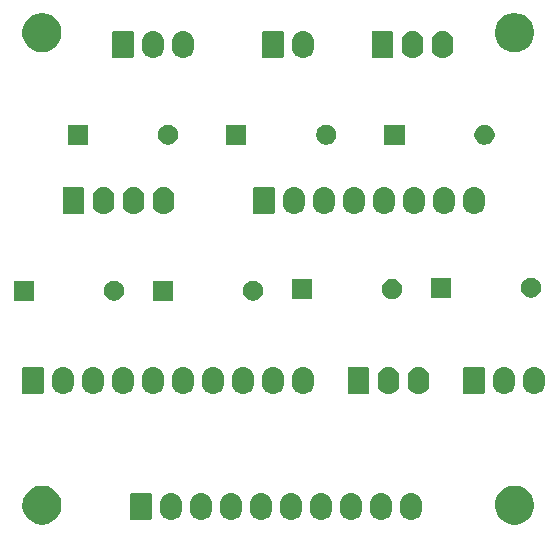
<source format=gbr>
G04 #@! TF.GenerationSoftware,KiCad,Pcbnew,(5.1.5-0-10_14)*
G04 #@! TF.CreationDate,2021-04-18T14:53:33+10:00*
G04 #@! TF.ProjectId,OH - Right Console - A - Sim Control,4f48202d-2052-4696-9768-7420436f6e73,rev?*
G04 #@! TF.SameCoordinates,Original*
G04 #@! TF.FileFunction,Soldermask,Bot*
G04 #@! TF.FilePolarity,Negative*
%FSLAX46Y46*%
G04 Gerber Fmt 4.6, Leading zero omitted, Abs format (unit mm)*
G04 Created by KiCad (PCBNEW (5.1.5-0-10_14)) date 2021-04-18 14:53:33*
%MOMM*%
%LPD*%
G04 APERTURE LIST*
%ADD10C,0.100000*%
G04 APERTURE END LIST*
D10*
G36*
X177916256Y-131609298D02*
G01*
X178022579Y-131630447D01*
X178323042Y-131754903D01*
X178593451Y-131935585D01*
X178823415Y-132165549D01*
X179004097Y-132435958D01*
X179128553Y-132736421D01*
X179149702Y-132842744D01*
X179168939Y-132939452D01*
X179192000Y-133055391D01*
X179192000Y-133380609D01*
X179128553Y-133699579D01*
X179040550Y-133912037D01*
X179031388Y-133934157D01*
X179004097Y-134000042D01*
X178823415Y-134270451D01*
X178593451Y-134500415D01*
X178323042Y-134681097D01*
X178022579Y-134805553D01*
X177916256Y-134826702D01*
X177703611Y-134869000D01*
X177378389Y-134869000D01*
X177165744Y-134826702D01*
X177059421Y-134805553D01*
X176758958Y-134681097D01*
X176488549Y-134500415D01*
X176258585Y-134270451D01*
X176077903Y-134000042D01*
X176050613Y-133934157D01*
X176041450Y-133912037D01*
X175953447Y-133699579D01*
X175890000Y-133380609D01*
X175890000Y-133055391D01*
X175913062Y-132939452D01*
X175932298Y-132842744D01*
X175953447Y-132736421D01*
X176077903Y-132435958D01*
X176258585Y-132165549D01*
X176488549Y-131935585D01*
X176758958Y-131754903D01*
X177059421Y-131630447D01*
X177165744Y-131609298D01*
X177378389Y-131567000D01*
X177703611Y-131567000D01*
X177916256Y-131609298D01*
G37*
G36*
X137916256Y-131609298D02*
G01*
X138022579Y-131630447D01*
X138323042Y-131754903D01*
X138593451Y-131935585D01*
X138823415Y-132165549D01*
X139004097Y-132435958D01*
X139128553Y-132736421D01*
X139149702Y-132842744D01*
X139168939Y-132939452D01*
X139192000Y-133055391D01*
X139192000Y-133380609D01*
X139128553Y-133699579D01*
X139040550Y-133912037D01*
X139031388Y-133934157D01*
X139004097Y-134000042D01*
X138823415Y-134270451D01*
X138593451Y-134500415D01*
X138323042Y-134681097D01*
X138022579Y-134805553D01*
X137916256Y-134826702D01*
X137703611Y-134869000D01*
X137378389Y-134869000D01*
X137165744Y-134826702D01*
X137059421Y-134805553D01*
X136758958Y-134681097D01*
X136488549Y-134500415D01*
X136258585Y-134270451D01*
X136077903Y-134000042D01*
X136050613Y-133934157D01*
X136041450Y-133912037D01*
X135953447Y-133699579D01*
X135890000Y-133380609D01*
X135890000Y-133055391D01*
X135913062Y-132939452D01*
X135932298Y-132842744D01*
X135953447Y-132736421D01*
X136077903Y-132435958D01*
X136258585Y-132165549D01*
X136488549Y-131935585D01*
X136758958Y-131754903D01*
X137059421Y-131630447D01*
X137165744Y-131609298D01*
X137378389Y-131567000D01*
X137703611Y-131567000D01*
X137916256Y-131609298D01*
G37*
G36*
X153723547Y-132212326D02*
G01*
X153897156Y-132264990D01*
X153897158Y-132264991D01*
X154057155Y-132350511D01*
X154197397Y-132465603D01*
X154276729Y-132562271D01*
X154312489Y-132605844D01*
X154398010Y-132765843D01*
X154450674Y-132939452D01*
X154464000Y-133074756D01*
X154464000Y-133625243D01*
X154450674Y-133760548D01*
X154398010Y-133934157D01*
X154312489Y-134094156D01*
X154276729Y-134137729D01*
X154197397Y-134234397D01*
X154100729Y-134313729D01*
X154057156Y-134349489D01*
X153897157Y-134435010D01*
X153723548Y-134487674D01*
X153543000Y-134505456D01*
X153362453Y-134487674D01*
X153188844Y-134435010D01*
X153028845Y-134349489D01*
X152985272Y-134313729D01*
X152888604Y-134234397D01*
X152773513Y-134094157D01*
X152773512Y-134094155D01*
X152687990Y-133934157D01*
X152635326Y-133760548D01*
X152622000Y-133625244D01*
X152622000Y-133074757D01*
X152623908Y-133055389D01*
X152635326Y-132939455D01*
X152635326Y-132939453D01*
X152687990Y-132765844D01*
X152773511Y-132605845D01*
X152773512Y-132605844D01*
X152888603Y-132465603D01*
X153014388Y-132362375D01*
X153028844Y-132350511D01*
X153188843Y-132264990D01*
X153362452Y-132212326D01*
X153543000Y-132194544D01*
X153723547Y-132212326D01*
G37*
G36*
X156263547Y-132212326D02*
G01*
X156437156Y-132264990D01*
X156437158Y-132264991D01*
X156597155Y-132350511D01*
X156737397Y-132465603D01*
X156816729Y-132562271D01*
X156852489Y-132605844D01*
X156938010Y-132765843D01*
X156990674Y-132939452D01*
X157004000Y-133074756D01*
X157004000Y-133625243D01*
X156990674Y-133760548D01*
X156938010Y-133934157D01*
X156852489Y-134094156D01*
X156816729Y-134137729D01*
X156737397Y-134234397D01*
X156640729Y-134313729D01*
X156597156Y-134349489D01*
X156437157Y-134435010D01*
X156263548Y-134487674D01*
X156083000Y-134505456D01*
X155902453Y-134487674D01*
X155728844Y-134435010D01*
X155568845Y-134349489D01*
X155525272Y-134313729D01*
X155428604Y-134234397D01*
X155313513Y-134094157D01*
X155313512Y-134094155D01*
X155227990Y-133934157D01*
X155175326Y-133760548D01*
X155162000Y-133625244D01*
X155162000Y-133074757D01*
X155163908Y-133055389D01*
X155175326Y-132939455D01*
X155175326Y-132939453D01*
X155227990Y-132765844D01*
X155313511Y-132605845D01*
X155313512Y-132605844D01*
X155428603Y-132465603D01*
X155554388Y-132362375D01*
X155568844Y-132350511D01*
X155728843Y-132264990D01*
X155902452Y-132212326D01*
X156083000Y-132194544D01*
X156263547Y-132212326D01*
G37*
G36*
X158803547Y-132212326D02*
G01*
X158977156Y-132264990D01*
X158977158Y-132264991D01*
X159137155Y-132350511D01*
X159277397Y-132465603D01*
X159356729Y-132562271D01*
X159392489Y-132605844D01*
X159478010Y-132765843D01*
X159530674Y-132939452D01*
X159544000Y-133074756D01*
X159544000Y-133625243D01*
X159530674Y-133760548D01*
X159478010Y-133934157D01*
X159392489Y-134094156D01*
X159356729Y-134137729D01*
X159277397Y-134234397D01*
X159180729Y-134313729D01*
X159137156Y-134349489D01*
X158977157Y-134435010D01*
X158803548Y-134487674D01*
X158623000Y-134505456D01*
X158442453Y-134487674D01*
X158268844Y-134435010D01*
X158108845Y-134349489D01*
X158065272Y-134313729D01*
X157968604Y-134234397D01*
X157853513Y-134094157D01*
X157853512Y-134094155D01*
X157767990Y-133934157D01*
X157715326Y-133760548D01*
X157702000Y-133625244D01*
X157702000Y-133074757D01*
X157703908Y-133055389D01*
X157715326Y-132939455D01*
X157715326Y-132939453D01*
X157767990Y-132765844D01*
X157853511Y-132605845D01*
X157853512Y-132605844D01*
X157968603Y-132465603D01*
X158094388Y-132362375D01*
X158108844Y-132350511D01*
X158268843Y-132264990D01*
X158442452Y-132212326D01*
X158623000Y-132194544D01*
X158803547Y-132212326D01*
G37*
G36*
X161343547Y-132212326D02*
G01*
X161517156Y-132264990D01*
X161517158Y-132264991D01*
X161677155Y-132350511D01*
X161817397Y-132465603D01*
X161896729Y-132562271D01*
X161932489Y-132605844D01*
X162018010Y-132765843D01*
X162070674Y-132939452D01*
X162084000Y-133074756D01*
X162084000Y-133625243D01*
X162070674Y-133760548D01*
X162018010Y-133934157D01*
X161932489Y-134094156D01*
X161896729Y-134137729D01*
X161817397Y-134234397D01*
X161720729Y-134313729D01*
X161677156Y-134349489D01*
X161517157Y-134435010D01*
X161343548Y-134487674D01*
X161163000Y-134505456D01*
X160982453Y-134487674D01*
X160808844Y-134435010D01*
X160648845Y-134349489D01*
X160605272Y-134313729D01*
X160508604Y-134234397D01*
X160393513Y-134094157D01*
X160393512Y-134094155D01*
X160307990Y-133934157D01*
X160255326Y-133760548D01*
X160242000Y-133625244D01*
X160242000Y-133074757D01*
X160243908Y-133055389D01*
X160255326Y-132939455D01*
X160255326Y-132939453D01*
X160307990Y-132765844D01*
X160393511Y-132605845D01*
X160393512Y-132605844D01*
X160508603Y-132465603D01*
X160634388Y-132362375D01*
X160648844Y-132350511D01*
X160808843Y-132264990D01*
X160982452Y-132212326D01*
X161163000Y-132194544D01*
X161343547Y-132212326D01*
G37*
G36*
X163883547Y-132212326D02*
G01*
X164057156Y-132264990D01*
X164057158Y-132264991D01*
X164217155Y-132350511D01*
X164357397Y-132465603D01*
X164436729Y-132562271D01*
X164472489Y-132605844D01*
X164558010Y-132765843D01*
X164610674Y-132939452D01*
X164624000Y-133074756D01*
X164624000Y-133625243D01*
X164610674Y-133760548D01*
X164558010Y-133934157D01*
X164472489Y-134094156D01*
X164436729Y-134137729D01*
X164357397Y-134234397D01*
X164260729Y-134313729D01*
X164217156Y-134349489D01*
X164057157Y-134435010D01*
X163883548Y-134487674D01*
X163703000Y-134505456D01*
X163522453Y-134487674D01*
X163348844Y-134435010D01*
X163188845Y-134349489D01*
X163145272Y-134313729D01*
X163048604Y-134234397D01*
X162933513Y-134094157D01*
X162933512Y-134094155D01*
X162847990Y-133934157D01*
X162795326Y-133760548D01*
X162782000Y-133625244D01*
X162782000Y-133074757D01*
X162783908Y-133055389D01*
X162795326Y-132939455D01*
X162795326Y-132939453D01*
X162847990Y-132765844D01*
X162933511Y-132605845D01*
X162933512Y-132605844D01*
X163048603Y-132465603D01*
X163174388Y-132362375D01*
X163188844Y-132350511D01*
X163348843Y-132264990D01*
X163522452Y-132212326D01*
X163703000Y-132194544D01*
X163883547Y-132212326D01*
G37*
G36*
X166423547Y-132212326D02*
G01*
X166597156Y-132264990D01*
X166597158Y-132264991D01*
X166757155Y-132350511D01*
X166897397Y-132465603D01*
X166976729Y-132562271D01*
X167012489Y-132605844D01*
X167098010Y-132765843D01*
X167150674Y-132939452D01*
X167164000Y-133074756D01*
X167164000Y-133625243D01*
X167150674Y-133760548D01*
X167098010Y-133934157D01*
X167012489Y-134094156D01*
X166976729Y-134137729D01*
X166897397Y-134234397D01*
X166800729Y-134313729D01*
X166757156Y-134349489D01*
X166597157Y-134435010D01*
X166423548Y-134487674D01*
X166243000Y-134505456D01*
X166062453Y-134487674D01*
X165888844Y-134435010D01*
X165728845Y-134349489D01*
X165685272Y-134313729D01*
X165588604Y-134234397D01*
X165473513Y-134094157D01*
X165473512Y-134094155D01*
X165387990Y-133934157D01*
X165335326Y-133760548D01*
X165322000Y-133625244D01*
X165322000Y-133074757D01*
X165323908Y-133055389D01*
X165335326Y-132939455D01*
X165335326Y-132939453D01*
X165387990Y-132765844D01*
X165473511Y-132605845D01*
X165473512Y-132605844D01*
X165588603Y-132465603D01*
X165714388Y-132362375D01*
X165728844Y-132350511D01*
X165888843Y-132264990D01*
X166062452Y-132212326D01*
X166243000Y-132194544D01*
X166423547Y-132212326D01*
G37*
G36*
X168963547Y-132212326D02*
G01*
X169137156Y-132264990D01*
X169137158Y-132264991D01*
X169297155Y-132350511D01*
X169437397Y-132465603D01*
X169516729Y-132562271D01*
X169552489Y-132605844D01*
X169638010Y-132765843D01*
X169690674Y-132939452D01*
X169704000Y-133074756D01*
X169704000Y-133625243D01*
X169690674Y-133760548D01*
X169638010Y-133934157D01*
X169552489Y-134094156D01*
X169516729Y-134137729D01*
X169437397Y-134234397D01*
X169340729Y-134313729D01*
X169297156Y-134349489D01*
X169137157Y-134435010D01*
X168963548Y-134487674D01*
X168783000Y-134505456D01*
X168602453Y-134487674D01*
X168428844Y-134435010D01*
X168268845Y-134349489D01*
X168225272Y-134313729D01*
X168128604Y-134234397D01*
X168013513Y-134094157D01*
X168013512Y-134094155D01*
X167927990Y-133934157D01*
X167875326Y-133760548D01*
X167862000Y-133625244D01*
X167862000Y-133074757D01*
X167863908Y-133055389D01*
X167875326Y-132939455D01*
X167875326Y-132939453D01*
X167927990Y-132765844D01*
X168013511Y-132605845D01*
X168013512Y-132605844D01*
X168128603Y-132465603D01*
X168254388Y-132362375D01*
X168268844Y-132350511D01*
X168428843Y-132264990D01*
X168602452Y-132212326D01*
X168783000Y-132194544D01*
X168963547Y-132212326D01*
G37*
G36*
X148643547Y-132212326D02*
G01*
X148817156Y-132264990D01*
X148817158Y-132264991D01*
X148977155Y-132350511D01*
X149117397Y-132465603D01*
X149196729Y-132562271D01*
X149232489Y-132605844D01*
X149318010Y-132765843D01*
X149370674Y-132939452D01*
X149384000Y-133074756D01*
X149384000Y-133625243D01*
X149370674Y-133760548D01*
X149318010Y-133934157D01*
X149232489Y-134094156D01*
X149196729Y-134137729D01*
X149117397Y-134234397D01*
X149020729Y-134313729D01*
X148977156Y-134349489D01*
X148817157Y-134435010D01*
X148643548Y-134487674D01*
X148463000Y-134505456D01*
X148282453Y-134487674D01*
X148108844Y-134435010D01*
X147948845Y-134349489D01*
X147905272Y-134313729D01*
X147808604Y-134234397D01*
X147693513Y-134094157D01*
X147693512Y-134094155D01*
X147607990Y-133934157D01*
X147555326Y-133760548D01*
X147542000Y-133625244D01*
X147542000Y-133074757D01*
X147543908Y-133055389D01*
X147555326Y-132939455D01*
X147555326Y-132939453D01*
X147607990Y-132765844D01*
X147693511Y-132605845D01*
X147693512Y-132605844D01*
X147808603Y-132465603D01*
X147934388Y-132362375D01*
X147948844Y-132350511D01*
X148108843Y-132264990D01*
X148282452Y-132212326D01*
X148463000Y-132194544D01*
X148643547Y-132212326D01*
G37*
G36*
X151183547Y-132212326D02*
G01*
X151357156Y-132264990D01*
X151357158Y-132264991D01*
X151517155Y-132350511D01*
X151657397Y-132465603D01*
X151736729Y-132562271D01*
X151772489Y-132605844D01*
X151858010Y-132765843D01*
X151910674Y-132939452D01*
X151924000Y-133074756D01*
X151924000Y-133625243D01*
X151910674Y-133760548D01*
X151858010Y-133934157D01*
X151772489Y-134094156D01*
X151736729Y-134137729D01*
X151657397Y-134234397D01*
X151560729Y-134313729D01*
X151517156Y-134349489D01*
X151357157Y-134435010D01*
X151183548Y-134487674D01*
X151003000Y-134505456D01*
X150822453Y-134487674D01*
X150648844Y-134435010D01*
X150488845Y-134349489D01*
X150445272Y-134313729D01*
X150348604Y-134234397D01*
X150233513Y-134094157D01*
X150233512Y-134094155D01*
X150147990Y-133934157D01*
X150095326Y-133760548D01*
X150082000Y-133625244D01*
X150082000Y-133074757D01*
X150083908Y-133055389D01*
X150095326Y-132939455D01*
X150095326Y-132939453D01*
X150147990Y-132765844D01*
X150233511Y-132605845D01*
X150233512Y-132605844D01*
X150348603Y-132465603D01*
X150474388Y-132362375D01*
X150488844Y-132350511D01*
X150648843Y-132264990D01*
X150822452Y-132212326D01*
X151003000Y-132194544D01*
X151183547Y-132212326D01*
G37*
G36*
X146702561Y-132202966D02*
G01*
X146735383Y-132212923D01*
X146765632Y-132229092D01*
X146792148Y-132250852D01*
X146813908Y-132277368D01*
X146830077Y-132307617D01*
X146840034Y-132340439D01*
X146844000Y-132380713D01*
X146844000Y-134319287D01*
X146840034Y-134359561D01*
X146830077Y-134392383D01*
X146813908Y-134422632D01*
X146792148Y-134449148D01*
X146765632Y-134470908D01*
X146735383Y-134487077D01*
X146702561Y-134497034D01*
X146662287Y-134501000D01*
X145183713Y-134501000D01*
X145143439Y-134497034D01*
X145110617Y-134487077D01*
X145080368Y-134470908D01*
X145053852Y-134449148D01*
X145032092Y-134422632D01*
X145015923Y-134392383D01*
X145005966Y-134359561D01*
X145002000Y-134319287D01*
X145002000Y-132380713D01*
X145005966Y-132340439D01*
X145015923Y-132307617D01*
X145032092Y-132277368D01*
X145053852Y-132250852D01*
X145080368Y-132229092D01*
X145110617Y-132212923D01*
X145143439Y-132202966D01*
X145183713Y-132199000D01*
X146662287Y-132199000D01*
X146702561Y-132202966D01*
G37*
G36*
X179377547Y-121544326D02*
G01*
X179551156Y-121596990D01*
X179551158Y-121596991D01*
X179711155Y-121682511D01*
X179851397Y-121797603D01*
X179930729Y-121894271D01*
X179966489Y-121937844D01*
X180052010Y-122097843D01*
X180104674Y-122271452D01*
X180118000Y-122406756D01*
X180118000Y-122957243D01*
X180104674Y-123092548D01*
X180052010Y-123266157D01*
X179966489Y-123426156D01*
X179930729Y-123469729D01*
X179851397Y-123566397D01*
X179754729Y-123645729D01*
X179711156Y-123681489D01*
X179551157Y-123767010D01*
X179377548Y-123819674D01*
X179197000Y-123837456D01*
X179016453Y-123819674D01*
X178842844Y-123767010D01*
X178682845Y-123681489D01*
X178639272Y-123645729D01*
X178542604Y-123566397D01*
X178427513Y-123426157D01*
X178427512Y-123426155D01*
X178341990Y-123266157D01*
X178289326Y-123092548D01*
X178276000Y-122957244D01*
X178276000Y-122406757D01*
X178289326Y-122271453D01*
X178341990Y-122097844D01*
X178427511Y-121937845D01*
X178427512Y-121937844D01*
X178542603Y-121797603D01*
X178668388Y-121694375D01*
X178682844Y-121682511D01*
X178842843Y-121596990D01*
X179016452Y-121544326D01*
X179197000Y-121526544D01*
X179377547Y-121544326D01*
G37*
G36*
X154739547Y-121544326D02*
G01*
X154913156Y-121596990D01*
X154913158Y-121596991D01*
X155073155Y-121682511D01*
X155213397Y-121797603D01*
X155292729Y-121894271D01*
X155328489Y-121937844D01*
X155414010Y-122097843D01*
X155466674Y-122271452D01*
X155480000Y-122406756D01*
X155480000Y-122957243D01*
X155466674Y-123092548D01*
X155414010Y-123266157D01*
X155328489Y-123426156D01*
X155292729Y-123469729D01*
X155213397Y-123566397D01*
X155116729Y-123645729D01*
X155073156Y-123681489D01*
X154913157Y-123767010D01*
X154739548Y-123819674D01*
X154559000Y-123837456D01*
X154378453Y-123819674D01*
X154204844Y-123767010D01*
X154044845Y-123681489D01*
X154001272Y-123645729D01*
X153904604Y-123566397D01*
X153789513Y-123426157D01*
X153789512Y-123426155D01*
X153703990Y-123266157D01*
X153651326Y-123092548D01*
X153638000Y-122957244D01*
X153638000Y-122406757D01*
X153651326Y-122271453D01*
X153703990Y-122097844D01*
X153789511Y-121937845D01*
X153789512Y-121937844D01*
X153904603Y-121797603D01*
X154030388Y-121694375D01*
X154044844Y-121682511D01*
X154204843Y-121596990D01*
X154378452Y-121544326D01*
X154559000Y-121526544D01*
X154739547Y-121544326D01*
G37*
G36*
X169598547Y-121544326D02*
G01*
X169772156Y-121596990D01*
X169772158Y-121596991D01*
X169932155Y-121682511D01*
X170072397Y-121797603D01*
X170151729Y-121894271D01*
X170187489Y-121937844D01*
X170273010Y-122097843D01*
X170325674Y-122271452D01*
X170339000Y-122406756D01*
X170339000Y-122957243D01*
X170325674Y-123092548D01*
X170273010Y-123266157D01*
X170187489Y-123426156D01*
X170151729Y-123469729D01*
X170072397Y-123566397D01*
X169975729Y-123645729D01*
X169932156Y-123681489D01*
X169772157Y-123767010D01*
X169598548Y-123819674D01*
X169418000Y-123837456D01*
X169237453Y-123819674D01*
X169063844Y-123767010D01*
X168903845Y-123681489D01*
X168860272Y-123645729D01*
X168763604Y-123566397D01*
X168648513Y-123426157D01*
X168648512Y-123426155D01*
X168562990Y-123266157D01*
X168510326Y-123092548D01*
X168497000Y-122957244D01*
X168497000Y-122406757D01*
X168510326Y-122271453D01*
X168562990Y-122097844D01*
X168648511Y-121937845D01*
X168648512Y-121937844D01*
X168763603Y-121797603D01*
X168889388Y-121694375D01*
X168903844Y-121682511D01*
X169063843Y-121596990D01*
X169237452Y-121544326D01*
X169418000Y-121526544D01*
X169598547Y-121544326D01*
G37*
G36*
X139499547Y-121544326D02*
G01*
X139673156Y-121596990D01*
X139673158Y-121596991D01*
X139833155Y-121682511D01*
X139973397Y-121797603D01*
X140052729Y-121894271D01*
X140088489Y-121937844D01*
X140174010Y-122097843D01*
X140226674Y-122271452D01*
X140240000Y-122406756D01*
X140240000Y-122957243D01*
X140226674Y-123092548D01*
X140174010Y-123266157D01*
X140088489Y-123426156D01*
X140052729Y-123469729D01*
X139973397Y-123566397D01*
X139876729Y-123645729D01*
X139833156Y-123681489D01*
X139673157Y-123767010D01*
X139499548Y-123819674D01*
X139319000Y-123837456D01*
X139138453Y-123819674D01*
X138964844Y-123767010D01*
X138804845Y-123681489D01*
X138761272Y-123645729D01*
X138664604Y-123566397D01*
X138549513Y-123426157D01*
X138549512Y-123426155D01*
X138463990Y-123266157D01*
X138411326Y-123092548D01*
X138398000Y-122957244D01*
X138398000Y-122406757D01*
X138411326Y-122271453D01*
X138463990Y-122097844D01*
X138549511Y-121937845D01*
X138549512Y-121937844D01*
X138664603Y-121797603D01*
X138790388Y-121694375D01*
X138804844Y-121682511D01*
X138964843Y-121596990D01*
X139138452Y-121544326D01*
X139319000Y-121526544D01*
X139499547Y-121544326D01*
G37*
G36*
X176837547Y-121544326D02*
G01*
X177011156Y-121596990D01*
X177011158Y-121596991D01*
X177171155Y-121682511D01*
X177311397Y-121797603D01*
X177390729Y-121894271D01*
X177426489Y-121937844D01*
X177512010Y-122097843D01*
X177564674Y-122271452D01*
X177578000Y-122406756D01*
X177578000Y-122957243D01*
X177564674Y-123092548D01*
X177512010Y-123266157D01*
X177426489Y-123426156D01*
X177390729Y-123469729D01*
X177311397Y-123566397D01*
X177214729Y-123645729D01*
X177171156Y-123681489D01*
X177011157Y-123767010D01*
X176837548Y-123819674D01*
X176657000Y-123837456D01*
X176476453Y-123819674D01*
X176302844Y-123767010D01*
X176142845Y-123681489D01*
X176099272Y-123645729D01*
X176002604Y-123566397D01*
X175887513Y-123426157D01*
X175887512Y-123426155D01*
X175801990Y-123266157D01*
X175749326Y-123092548D01*
X175736000Y-122957244D01*
X175736000Y-122406757D01*
X175749326Y-122271453D01*
X175801990Y-122097844D01*
X175887511Y-121937845D01*
X175887512Y-121937844D01*
X176002603Y-121797603D01*
X176128388Y-121694375D01*
X176142844Y-121682511D01*
X176302843Y-121596990D01*
X176476452Y-121544326D01*
X176657000Y-121526544D01*
X176837547Y-121544326D01*
G37*
G36*
X167058547Y-121544326D02*
G01*
X167232156Y-121596990D01*
X167232158Y-121596991D01*
X167392155Y-121682511D01*
X167532397Y-121797603D01*
X167611729Y-121894271D01*
X167647489Y-121937844D01*
X167733010Y-122097843D01*
X167785674Y-122271452D01*
X167799000Y-122406756D01*
X167799000Y-122957243D01*
X167785674Y-123092548D01*
X167733010Y-123266157D01*
X167647489Y-123426156D01*
X167611729Y-123469729D01*
X167532397Y-123566397D01*
X167435729Y-123645729D01*
X167392156Y-123681489D01*
X167232157Y-123767010D01*
X167058548Y-123819674D01*
X166878000Y-123837456D01*
X166697453Y-123819674D01*
X166523844Y-123767010D01*
X166363845Y-123681489D01*
X166320272Y-123645729D01*
X166223604Y-123566397D01*
X166108513Y-123426157D01*
X166108512Y-123426155D01*
X166022990Y-123266157D01*
X165970326Y-123092548D01*
X165957000Y-122957244D01*
X165957000Y-122406757D01*
X165970326Y-122271453D01*
X166022990Y-122097844D01*
X166108511Y-121937845D01*
X166108512Y-121937844D01*
X166223603Y-121797603D01*
X166349388Y-121694375D01*
X166363844Y-121682511D01*
X166523843Y-121596990D01*
X166697452Y-121544326D01*
X166878000Y-121526544D01*
X167058547Y-121544326D01*
G37*
G36*
X142039547Y-121544326D02*
G01*
X142213156Y-121596990D01*
X142213158Y-121596991D01*
X142373155Y-121682511D01*
X142513397Y-121797603D01*
X142592729Y-121894271D01*
X142628489Y-121937844D01*
X142714010Y-122097843D01*
X142766674Y-122271452D01*
X142780000Y-122406756D01*
X142780000Y-122957243D01*
X142766674Y-123092548D01*
X142714010Y-123266157D01*
X142628489Y-123426156D01*
X142592729Y-123469729D01*
X142513397Y-123566397D01*
X142416729Y-123645729D01*
X142373156Y-123681489D01*
X142213157Y-123767010D01*
X142039548Y-123819674D01*
X141859000Y-123837456D01*
X141678453Y-123819674D01*
X141504844Y-123767010D01*
X141344845Y-123681489D01*
X141301272Y-123645729D01*
X141204604Y-123566397D01*
X141089513Y-123426157D01*
X141089512Y-123426155D01*
X141003990Y-123266157D01*
X140951326Y-123092548D01*
X140938000Y-122957244D01*
X140938000Y-122406757D01*
X140951326Y-122271453D01*
X141003990Y-122097844D01*
X141089511Y-121937845D01*
X141089512Y-121937844D01*
X141204603Y-121797603D01*
X141330388Y-121694375D01*
X141344844Y-121682511D01*
X141504843Y-121596990D01*
X141678452Y-121544326D01*
X141859000Y-121526544D01*
X142039547Y-121544326D01*
G37*
G36*
X144579547Y-121544326D02*
G01*
X144753156Y-121596990D01*
X144753158Y-121596991D01*
X144913155Y-121682511D01*
X145053397Y-121797603D01*
X145132729Y-121894271D01*
X145168489Y-121937844D01*
X145254010Y-122097843D01*
X145306674Y-122271452D01*
X145320000Y-122406756D01*
X145320000Y-122957243D01*
X145306674Y-123092548D01*
X145254010Y-123266157D01*
X145168489Y-123426156D01*
X145132729Y-123469729D01*
X145053397Y-123566397D01*
X144956729Y-123645729D01*
X144913156Y-123681489D01*
X144753157Y-123767010D01*
X144579548Y-123819674D01*
X144399000Y-123837456D01*
X144218453Y-123819674D01*
X144044844Y-123767010D01*
X143884845Y-123681489D01*
X143841272Y-123645729D01*
X143744604Y-123566397D01*
X143629513Y-123426157D01*
X143629512Y-123426155D01*
X143543990Y-123266157D01*
X143491326Y-123092548D01*
X143478000Y-122957244D01*
X143478000Y-122406757D01*
X143491326Y-122271453D01*
X143543990Y-122097844D01*
X143629511Y-121937845D01*
X143629512Y-121937844D01*
X143744603Y-121797603D01*
X143870388Y-121694375D01*
X143884844Y-121682511D01*
X144044843Y-121596990D01*
X144218452Y-121544326D01*
X144399000Y-121526544D01*
X144579547Y-121544326D01*
G37*
G36*
X147119547Y-121544326D02*
G01*
X147293156Y-121596990D01*
X147293158Y-121596991D01*
X147453155Y-121682511D01*
X147593397Y-121797603D01*
X147672729Y-121894271D01*
X147708489Y-121937844D01*
X147794010Y-122097843D01*
X147846674Y-122271452D01*
X147860000Y-122406756D01*
X147860000Y-122957243D01*
X147846674Y-123092548D01*
X147794010Y-123266157D01*
X147708489Y-123426156D01*
X147672729Y-123469729D01*
X147593397Y-123566397D01*
X147496729Y-123645729D01*
X147453156Y-123681489D01*
X147293157Y-123767010D01*
X147119548Y-123819674D01*
X146939000Y-123837456D01*
X146758453Y-123819674D01*
X146584844Y-123767010D01*
X146424845Y-123681489D01*
X146381272Y-123645729D01*
X146284604Y-123566397D01*
X146169513Y-123426157D01*
X146169512Y-123426155D01*
X146083990Y-123266157D01*
X146031326Y-123092548D01*
X146018000Y-122957244D01*
X146018000Y-122406757D01*
X146031326Y-122271453D01*
X146083990Y-122097844D01*
X146169511Y-121937845D01*
X146169512Y-121937844D01*
X146284603Y-121797603D01*
X146410388Y-121694375D01*
X146424844Y-121682511D01*
X146584843Y-121596990D01*
X146758452Y-121544326D01*
X146939000Y-121526544D01*
X147119547Y-121544326D01*
G37*
G36*
X149659547Y-121544326D02*
G01*
X149833156Y-121596990D01*
X149833158Y-121596991D01*
X149993155Y-121682511D01*
X150133397Y-121797603D01*
X150212729Y-121894271D01*
X150248489Y-121937844D01*
X150334010Y-122097843D01*
X150386674Y-122271452D01*
X150400000Y-122406756D01*
X150400000Y-122957243D01*
X150386674Y-123092548D01*
X150334010Y-123266157D01*
X150248489Y-123426156D01*
X150212729Y-123469729D01*
X150133397Y-123566397D01*
X150036729Y-123645729D01*
X149993156Y-123681489D01*
X149833157Y-123767010D01*
X149659548Y-123819674D01*
X149479000Y-123837456D01*
X149298453Y-123819674D01*
X149124844Y-123767010D01*
X148964845Y-123681489D01*
X148921272Y-123645729D01*
X148824604Y-123566397D01*
X148709513Y-123426157D01*
X148709512Y-123426155D01*
X148623990Y-123266157D01*
X148571326Y-123092548D01*
X148558000Y-122957244D01*
X148558000Y-122406757D01*
X148571326Y-122271453D01*
X148623990Y-122097844D01*
X148709511Y-121937845D01*
X148709512Y-121937844D01*
X148824603Y-121797603D01*
X148950388Y-121694375D01*
X148964844Y-121682511D01*
X149124843Y-121596990D01*
X149298452Y-121544326D01*
X149479000Y-121526544D01*
X149659547Y-121544326D01*
G37*
G36*
X152199547Y-121544326D02*
G01*
X152373156Y-121596990D01*
X152373158Y-121596991D01*
X152533155Y-121682511D01*
X152673397Y-121797603D01*
X152752729Y-121894271D01*
X152788489Y-121937844D01*
X152874010Y-122097843D01*
X152926674Y-122271452D01*
X152940000Y-122406756D01*
X152940000Y-122957243D01*
X152926674Y-123092548D01*
X152874010Y-123266157D01*
X152788489Y-123426156D01*
X152752729Y-123469729D01*
X152673397Y-123566397D01*
X152576729Y-123645729D01*
X152533156Y-123681489D01*
X152373157Y-123767010D01*
X152199548Y-123819674D01*
X152019000Y-123837456D01*
X151838453Y-123819674D01*
X151664844Y-123767010D01*
X151504845Y-123681489D01*
X151461272Y-123645729D01*
X151364604Y-123566397D01*
X151249513Y-123426157D01*
X151249512Y-123426155D01*
X151163990Y-123266157D01*
X151111326Y-123092548D01*
X151098000Y-122957244D01*
X151098000Y-122406757D01*
X151111326Y-122271453D01*
X151163990Y-122097844D01*
X151249511Y-121937845D01*
X151249512Y-121937844D01*
X151364603Y-121797603D01*
X151490388Y-121694375D01*
X151504844Y-121682511D01*
X151664843Y-121596990D01*
X151838452Y-121544326D01*
X152019000Y-121526544D01*
X152199547Y-121544326D01*
G37*
G36*
X157279547Y-121544326D02*
G01*
X157453156Y-121596990D01*
X157453158Y-121596991D01*
X157613155Y-121682511D01*
X157753397Y-121797603D01*
X157832729Y-121894271D01*
X157868489Y-121937844D01*
X157954010Y-122097843D01*
X158006674Y-122271452D01*
X158020000Y-122406756D01*
X158020000Y-122957243D01*
X158006674Y-123092548D01*
X157954010Y-123266157D01*
X157868489Y-123426156D01*
X157832729Y-123469729D01*
X157753397Y-123566397D01*
X157656729Y-123645729D01*
X157613156Y-123681489D01*
X157453157Y-123767010D01*
X157279548Y-123819674D01*
X157099000Y-123837456D01*
X156918453Y-123819674D01*
X156744844Y-123767010D01*
X156584845Y-123681489D01*
X156541272Y-123645729D01*
X156444604Y-123566397D01*
X156329513Y-123426157D01*
X156329512Y-123426155D01*
X156243990Y-123266157D01*
X156191326Y-123092548D01*
X156178000Y-122957244D01*
X156178000Y-122406757D01*
X156191326Y-122271453D01*
X156243990Y-122097844D01*
X156329511Y-121937845D01*
X156329512Y-121937844D01*
X156444603Y-121797603D01*
X156570388Y-121694375D01*
X156584844Y-121682511D01*
X156744843Y-121596990D01*
X156918452Y-121544326D01*
X157099000Y-121526544D01*
X157279547Y-121544326D01*
G37*
G36*
X159819547Y-121544326D02*
G01*
X159993156Y-121596990D01*
X159993158Y-121596991D01*
X160153155Y-121682511D01*
X160293397Y-121797603D01*
X160372729Y-121894271D01*
X160408489Y-121937844D01*
X160494010Y-122097843D01*
X160546674Y-122271452D01*
X160560000Y-122406756D01*
X160560000Y-122957243D01*
X160546674Y-123092548D01*
X160494010Y-123266157D01*
X160408489Y-123426156D01*
X160372729Y-123469729D01*
X160293397Y-123566397D01*
X160196729Y-123645729D01*
X160153156Y-123681489D01*
X159993157Y-123767010D01*
X159819548Y-123819674D01*
X159639000Y-123837456D01*
X159458453Y-123819674D01*
X159284844Y-123767010D01*
X159124845Y-123681489D01*
X159081272Y-123645729D01*
X158984604Y-123566397D01*
X158869513Y-123426157D01*
X158869512Y-123426155D01*
X158783990Y-123266157D01*
X158731326Y-123092548D01*
X158718000Y-122957244D01*
X158718000Y-122406757D01*
X158731326Y-122271453D01*
X158783990Y-122097844D01*
X158869511Y-121937845D01*
X158869512Y-121937844D01*
X158984603Y-121797603D01*
X159110388Y-121694375D01*
X159124844Y-121682511D01*
X159284843Y-121596990D01*
X159458452Y-121544326D01*
X159639000Y-121526544D01*
X159819547Y-121544326D01*
G37*
G36*
X174896561Y-121534966D02*
G01*
X174929383Y-121544923D01*
X174959632Y-121561092D01*
X174986148Y-121582852D01*
X175007908Y-121609368D01*
X175024077Y-121639617D01*
X175034034Y-121672439D01*
X175038000Y-121712713D01*
X175038000Y-123651287D01*
X175034034Y-123691561D01*
X175024077Y-123724383D01*
X175007908Y-123754632D01*
X174986148Y-123781148D01*
X174959632Y-123802908D01*
X174929383Y-123819077D01*
X174896561Y-123829034D01*
X174856287Y-123833000D01*
X173377713Y-123833000D01*
X173337439Y-123829034D01*
X173304617Y-123819077D01*
X173274368Y-123802908D01*
X173247852Y-123781148D01*
X173226092Y-123754632D01*
X173209923Y-123724383D01*
X173199966Y-123691561D01*
X173196000Y-123651287D01*
X173196000Y-121712713D01*
X173199966Y-121672439D01*
X173209923Y-121639617D01*
X173226092Y-121609368D01*
X173247852Y-121582852D01*
X173274368Y-121561092D01*
X173304617Y-121544923D01*
X173337439Y-121534966D01*
X173377713Y-121531000D01*
X174856287Y-121531000D01*
X174896561Y-121534966D01*
G37*
G36*
X165117561Y-121534966D02*
G01*
X165150383Y-121544923D01*
X165180632Y-121561092D01*
X165207148Y-121582852D01*
X165228908Y-121609368D01*
X165245077Y-121639617D01*
X165255034Y-121672439D01*
X165259000Y-121712713D01*
X165259000Y-123651287D01*
X165255034Y-123691561D01*
X165245077Y-123724383D01*
X165228908Y-123754632D01*
X165207148Y-123781148D01*
X165180632Y-123802908D01*
X165150383Y-123819077D01*
X165117561Y-123829034D01*
X165077287Y-123833000D01*
X163598713Y-123833000D01*
X163558439Y-123829034D01*
X163525617Y-123819077D01*
X163495368Y-123802908D01*
X163468852Y-123781148D01*
X163447092Y-123754632D01*
X163430923Y-123724383D01*
X163420966Y-123691561D01*
X163417000Y-123651287D01*
X163417000Y-121712713D01*
X163420966Y-121672439D01*
X163430923Y-121639617D01*
X163447092Y-121609368D01*
X163468852Y-121582852D01*
X163495368Y-121561092D01*
X163525617Y-121544923D01*
X163558439Y-121534966D01*
X163598713Y-121531000D01*
X165077287Y-121531000D01*
X165117561Y-121534966D01*
G37*
G36*
X137558561Y-121534966D02*
G01*
X137591383Y-121544923D01*
X137621632Y-121561092D01*
X137648148Y-121582852D01*
X137669908Y-121609368D01*
X137686077Y-121639617D01*
X137696034Y-121672439D01*
X137700000Y-121712713D01*
X137700000Y-123651287D01*
X137696034Y-123691561D01*
X137686077Y-123724383D01*
X137669908Y-123754632D01*
X137648148Y-123781148D01*
X137621632Y-123802908D01*
X137591383Y-123819077D01*
X137558561Y-123829034D01*
X137518287Y-123833000D01*
X136039713Y-123833000D01*
X135999439Y-123829034D01*
X135966617Y-123819077D01*
X135936368Y-123802908D01*
X135909852Y-123781148D01*
X135888092Y-123754632D01*
X135871923Y-123724383D01*
X135861966Y-123691561D01*
X135858000Y-123651287D01*
X135858000Y-121712713D01*
X135861966Y-121672439D01*
X135871923Y-121639617D01*
X135888092Y-121609368D01*
X135909852Y-121582852D01*
X135936368Y-121561092D01*
X135966617Y-121544923D01*
X135999439Y-121534966D01*
X136039713Y-121531000D01*
X137518287Y-121531000D01*
X137558561Y-121534966D01*
G37*
G36*
X148637000Y-115913000D02*
G01*
X146935000Y-115913000D01*
X146935000Y-114211000D01*
X148637000Y-114211000D01*
X148637000Y-115913000D01*
G37*
G36*
X155654228Y-114243703D02*
G01*
X155809100Y-114307853D01*
X155948481Y-114400985D01*
X156067015Y-114519519D01*
X156160147Y-114658900D01*
X156224297Y-114813772D01*
X156257000Y-114978184D01*
X156257000Y-115145816D01*
X156224297Y-115310228D01*
X156160147Y-115465100D01*
X156067015Y-115604481D01*
X155948481Y-115723015D01*
X155809100Y-115816147D01*
X155654228Y-115880297D01*
X155489816Y-115913000D01*
X155322184Y-115913000D01*
X155157772Y-115880297D01*
X155002900Y-115816147D01*
X154863519Y-115723015D01*
X154744985Y-115604481D01*
X154651853Y-115465100D01*
X154587703Y-115310228D01*
X154555000Y-115145816D01*
X154555000Y-114978184D01*
X154587703Y-114813772D01*
X154651853Y-114658900D01*
X154744985Y-114519519D01*
X154863519Y-114400985D01*
X155002900Y-114307853D01*
X155157772Y-114243703D01*
X155322184Y-114211000D01*
X155489816Y-114211000D01*
X155654228Y-114243703D01*
G37*
G36*
X136868000Y-115913000D02*
G01*
X135166000Y-115913000D01*
X135166000Y-114211000D01*
X136868000Y-114211000D01*
X136868000Y-115913000D01*
G37*
G36*
X143885228Y-114243703D02*
G01*
X144040100Y-114307853D01*
X144179481Y-114400985D01*
X144298015Y-114519519D01*
X144391147Y-114658900D01*
X144455297Y-114813772D01*
X144488000Y-114978184D01*
X144488000Y-115145816D01*
X144455297Y-115310228D01*
X144391147Y-115465100D01*
X144298015Y-115604481D01*
X144179481Y-115723015D01*
X144040100Y-115816147D01*
X143885228Y-115880297D01*
X143720816Y-115913000D01*
X143553184Y-115913000D01*
X143388772Y-115880297D01*
X143233900Y-115816147D01*
X143094519Y-115723015D01*
X142975985Y-115604481D01*
X142882853Y-115465100D01*
X142818703Y-115310228D01*
X142786000Y-115145816D01*
X142786000Y-114978184D01*
X142818703Y-114813772D01*
X142882853Y-114658900D01*
X142975985Y-114519519D01*
X143094519Y-114400985D01*
X143233900Y-114307853D01*
X143388772Y-114243703D01*
X143553184Y-114211000D01*
X143720816Y-114211000D01*
X143885228Y-114243703D01*
G37*
G36*
X160405000Y-115786000D02*
G01*
X158703000Y-115786000D01*
X158703000Y-114084000D01*
X160405000Y-114084000D01*
X160405000Y-115786000D01*
G37*
G36*
X167422228Y-114116703D02*
G01*
X167577100Y-114180853D01*
X167716481Y-114273985D01*
X167835015Y-114392519D01*
X167928147Y-114531900D01*
X167992297Y-114686772D01*
X168025000Y-114851184D01*
X168025000Y-115018816D01*
X167992297Y-115183228D01*
X167928147Y-115338100D01*
X167835015Y-115477481D01*
X167716481Y-115596015D01*
X167577100Y-115689147D01*
X167422228Y-115753297D01*
X167257816Y-115786000D01*
X167090184Y-115786000D01*
X166925772Y-115753297D01*
X166770900Y-115689147D01*
X166631519Y-115596015D01*
X166512985Y-115477481D01*
X166419853Y-115338100D01*
X166355703Y-115183228D01*
X166323000Y-115018816D01*
X166323000Y-114851184D01*
X166355703Y-114686772D01*
X166419853Y-114531900D01*
X166512985Y-114392519D01*
X166631519Y-114273985D01*
X166770900Y-114180853D01*
X166925772Y-114116703D01*
X167090184Y-114084000D01*
X167257816Y-114084000D01*
X167422228Y-114116703D01*
G37*
G36*
X172174000Y-115659000D02*
G01*
X170472000Y-115659000D01*
X170472000Y-113957000D01*
X172174000Y-113957000D01*
X172174000Y-115659000D01*
G37*
G36*
X179191228Y-113989703D02*
G01*
X179346100Y-114053853D01*
X179485481Y-114146985D01*
X179604015Y-114265519D01*
X179697147Y-114404900D01*
X179761297Y-114559772D01*
X179794000Y-114724184D01*
X179794000Y-114891816D01*
X179761297Y-115056228D01*
X179697147Y-115211100D01*
X179604015Y-115350481D01*
X179485481Y-115469015D01*
X179346100Y-115562147D01*
X179191228Y-115626297D01*
X179026816Y-115659000D01*
X178859184Y-115659000D01*
X178694772Y-115626297D01*
X178539900Y-115562147D01*
X178400519Y-115469015D01*
X178281985Y-115350481D01*
X178188853Y-115211100D01*
X178124703Y-115056228D01*
X178092000Y-114891816D01*
X178092000Y-114724184D01*
X178124703Y-114559772D01*
X178188853Y-114404900D01*
X178281985Y-114265519D01*
X178400519Y-114146985D01*
X178539900Y-114053853D01*
X178694772Y-113989703D01*
X178859184Y-113957000D01*
X179026816Y-113957000D01*
X179191228Y-113989703D01*
G37*
G36*
X171757547Y-106304326D02*
G01*
X171931156Y-106356990D01*
X171931158Y-106356991D01*
X172091155Y-106442511D01*
X172231397Y-106557603D01*
X172310729Y-106654271D01*
X172346489Y-106697844D01*
X172432010Y-106857843D01*
X172484674Y-107031452D01*
X172498000Y-107166756D01*
X172498000Y-107717243D01*
X172484674Y-107852548D01*
X172432010Y-108026157D01*
X172346489Y-108186156D01*
X172310729Y-108229729D01*
X172231397Y-108326397D01*
X172134729Y-108405729D01*
X172091156Y-108441489D01*
X171931157Y-108527010D01*
X171757548Y-108579674D01*
X171577000Y-108597456D01*
X171396453Y-108579674D01*
X171222844Y-108527010D01*
X171062845Y-108441489D01*
X171019272Y-108405729D01*
X170922604Y-108326397D01*
X170807513Y-108186157D01*
X170807512Y-108186155D01*
X170721990Y-108026157D01*
X170669326Y-107852548D01*
X170656000Y-107717244D01*
X170656000Y-107166757D01*
X170669326Y-107031453D01*
X170721990Y-106857844D01*
X170807511Y-106697845D01*
X170807512Y-106697844D01*
X170922603Y-106557603D01*
X171048388Y-106454375D01*
X171062844Y-106442511D01*
X171222843Y-106356990D01*
X171396452Y-106304326D01*
X171577000Y-106286544D01*
X171757547Y-106304326D01*
G37*
G36*
X169217547Y-106304326D02*
G01*
X169391156Y-106356990D01*
X169391158Y-106356991D01*
X169551155Y-106442511D01*
X169691397Y-106557603D01*
X169770729Y-106654271D01*
X169806489Y-106697844D01*
X169892010Y-106857843D01*
X169944674Y-107031452D01*
X169958000Y-107166756D01*
X169958000Y-107717243D01*
X169944674Y-107852548D01*
X169892010Y-108026157D01*
X169806489Y-108186156D01*
X169770729Y-108229729D01*
X169691397Y-108326397D01*
X169594729Y-108405729D01*
X169551156Y-108441489D01*
X169391157Y-108527010D01*
X169217548Y-108579674D01*
X169037000Y-108597456D01*
X168856453Y-108579674D01*
X168682844Y-108527010D01*
X168522845Y-108441489D01*
X168479272Y-108405729D01*
X168382604Y-108326397D01*
X168267513Y-108186157D01*
X168267512Y-108186155D01*
X168181990Y-108026157D01*
X168129326Y-107852548D01*
X168116000Y-107717244D01*
X168116000Y-107166757D01*
X168129326Y-107031453D01*
X168181990Y-106857844D01*
X168267511Y-106697845D01*
X168267512Y-106697844D01*
X168382603Y-106557603D01*
X168508388Y-106454375D01*
X168522844Y-106442511D01*
X168682843Y-106356990D01*
X168856452Y-106304326D01*
X169037000Y-106286544D01*
X169217547Y-106304326D01*
G37*
G36*
X166677547Y-106304326D02*
G01*
X166851156Y-106356990D01*
X166851158Y-106356991D01*
X167011155Y-106442511D01*
X167151397Y-106557603D01*
X167230729Y-106654271D01*
X167266489Y-106697844D01*
X167352010Y-106857843D01*
X167404674Y-107031452D01*
X167418000Y-107166756D01*
X167418000Y-107717243D01*
X167404674Y-107852548D01*
X167352010Y-108026157D01*
X167266489Y-108186156D01*
X167230729Y-108229729D01*
X167151397Y-108326397D01*
X167054729Y-108405729D01*
X167011156Y-108441489D01*
X166851157Y-108527010D01*
X166677548Y-108579674D01*
X166497000Y-108597456D01*
X166316453Y-108579674D01*
X166142844Y-108527010D01*
X165982845Y-108441489D01*
X165939272Y-108405729D01*
X165842604Y-108326397D01*
X165727513Y-108186157D01*
X165727512Y-108186155D01*
X165641990Y-108026157D01*
X165589326Y-107852548D01*
X165576000Y-107717244D01*
X165576000Y-107166757D01*
X165589326Y-107031453D01*
X165641990Y-106857844D01*
X165727511Y-106697845D01*
X165727512Y-106697844D01*
X165842603Y-106557603D01*
X165968388Y-106454375D01*
X165982844Y-106442511D01*
X166142843Y-106356990D01*
X166316452Y-106304326D01*
X166497000Y-106286544D01*
X166677547Y-106304326D01*
G37*
G36*
X164137547Y-106304326D02*
G01*
X164311156Y-106356990D01*
X164311158Y-106356991D01*
X164471155Y-106442511D01*
X164611397Y-106557603D01*
X164690729Y-106654271D01*
X164726489Y-106697844D01*
X164812010Y-106857843D01*
X164864674Y-107031452D01*
X164878000Y-107166756D01*
X164878000Y-107717243D01*
X164864674Y-107852548D01*
X164812010Y-108026157D01*
X164726489Y-108186156D01*
X164690729Y-108229729D01*
X164611397Y-108326397D01*
X164514729Y-108405729D01*
X164471156Y-108441489D01*
X164311157Y-108527010D01*
X164137548Y-108579674D01*
X163957000Y-108597456D01*
X163776453Y-108579674D01*
X163602844Y-108527010D01*
X163442845Y-108441489D01*
X163399272Y-108405729D01*
X163302604Y-108326397D01*
X163187513Y-108186157D01*
X163187512Y-108186155D01*
X163101990Y-108026157D01*
X163049326Y-107852548D01*
X163036000Y-107717244D01*
X163036000Y-107166757D01*
X163049326Y-107031453D01*
X163101990Y-106857844D01*
X163187511Y-106697845D01*
X163187512Y-106697844D01*
X163302603Y-106557603D01*
X163428388Y-106454375D01*
X163442844Y-106442511D01*
X163602843Y-106356990D01*
X163776452Y-106304326D01*
X163957000Y-106286544D01*
X164137547Y-106304326D01*
G37*
G36*
X174297547Y-106304326D02*
G01*
X174471156Y-106356990D01*
X174471158Y-106356991D01*
X174631155Y-106442511D01*
X174771397Y-106557603D01*
X174850729Y-106654271D01*
X174886489Y-106697844D01*
X174972010Y-106857843D01*
X175024674Y-107031452D01*
X175038000Y-107166756D01*
X175038000Y-107717243D01*
X175024674Y-107852548D01*
X174972010Y-108026157D01*
X174886489Y-108186156D01*
X174850729Y-108229729D01*
X174771397Y-108326397D01*
X174674729Y-108405729D01*
X174631156Y-108441489D01*
X174471157Y-108527010D01*
X174297548Y-108579674D01*
X174117000Y-108597456D01*
X173936453Y-108579674D01*
X173762844Y-108527010D01*
X173602845Y-108441489D01*
X173559272Y-108405729D01*
X173462604Y-108326397D01*
X173347513Y-108186157D01*
X173347512Y-108186155D01*
X173261990Y-108026157D01*
X173209326Y-107852548D01*
X173196000Y-107717244D01*
X173196000Y-107166757D01*
X173209326Y-107031453D01*
X173261990Y-106857844D01*
X173347511Y-106697845D01*
X173347512Y-106697844D01*
X173462603Y-106557603D01*
X173588388Y-106454375D01*
X173602844Y-106442511D01*
X173762843Y-106356990D01*
X173936452Y-106304326D01*
X174117000Y-106286544D01*
X174297547Y-106304326D01*
G37*
G36*
X159057547Y-106304326D02*
G01*
X159231156Y-106356990D01*
X159231158Y-106356991D01*
X159391155Y-106442511D01*
X159531397Y-106557603D01*
X159610729Y-106654271D01*
X159646489Y-106697844D01*
X159732010Y-106857843D01*
X159784674Y-107031452D01*
X159798000Y-107166756D01*
X159798000Y-107717243D01*
X159784674Y-107852548D01*
X159732010Y-108026157D01*
X159646489Y-108186156D01*
X159610729Y-108229729D01*
X159531397Y-108326397D01*
X159434729Y-108405729D01*
X159391156Y-108441489D01*
X159231157Y-108527010D01*
X159057548Y-108579674D01*
X158877000Y-108597456D01*
X158696453Y-108579674D01*
X158522844Y-108527010D01*
X158362845Y-108441489D01*
X158319272Y-108405729D01*
X158222604Y-108326397D01*
X158107513Y-108186157D01*
X158107512Y-108186155D01*
X158021990Y-108026157D01*
X157969326Y-107852548D01*
X157956000Y-107717244D01*
X157956000Y-107166757D01*
X157969326Y-107031453D01*
X158021990Y-106857844D01*
X158107511Y-106697845D01*
X158107512Y-106697844D01*
X158222603Y-106557603D01*
X158348388Y-106454375D01*
X158362844Y-106442511D01*
X158522843Y-106356990D01*
X158696452Y-106304326D01*
X158877000Y-106286544D01*
X159057547Y-106304326D01*
G37*
G36*
X148008547Y-106304326D02*
G01*
X148182156Y-106356990D01*
X148182158Y-106356991D01*
X148342155Y-106442511D01*
X148482397Y-106557603D01*
X148561729Y-106654271D01*
X148597489Y-106697844D01*
X148683010Y-106857843D01*
X148735674Y-107031452D01*
X148749000Y-107166756D01*
X148749000Y-107717243D01*
X148735674Y-107852548D01*
X148683010Y-108026157D01*
X148597489Y-108186156D01*
X148561729Y-108229729D01*
X148482397Y-108326397D01*
X148385729Y-108405729D01*
X148342156Y-108441489D01*
X148182157Y-108527010D01*
X148008548Y-108579674D01*
X147828000Y-108597456D01*
X147647453Y-108579674D01*
X147473844Y-108527010D01*
X147313845Y-108441489D01*
X147270272Y-108405729D01*
X147173604Y-108326397D01*
X147058513Y-108186157D01*
X147058512Y-108186155D01*
X146972990Y-108026157D01*
X146920326Y-107852548D01*
X146907000Y-107717244D01*
X146907000Y-107166757D01*
X146920326Y-107031453D01*
X146972990Y-106857844D01*
X147058511Y-106697845D01*
X147058512Y-106697844D01*
X147173603Y-106557603D01*
X147299388Y-106454375D01*
X147313844Y-106442511D01*
X147473843Y-106356990D01*
X147647452Y-106304326D01*
X147828000Y-106286544D01*
X148008547Y-106304326D01*
G37*
G36*
X145468547Y-106304326D02*
G01*
X145642156Y-106356990D01*
X145642158Y-106356991D01*
X145802155Y-106442511D01*
X145942397Y-106557603D01*
X146021729Y-106654271D01*
X146057489Y-106697844D01*
X146143010Y-106857843D01*
X146195674Y-107031452D01*
X146209000Y-107166756D01*
X146209000Y-107717243D01*
X146195674Y-107852548D01*
X146143010Y-108026157D01*
X146057489Y-108186156D01*
X146021729Y-108229729D01*
X145942397Y-108326397D01*
X145845729Y-108405729D01*
X145802156Y-108441489D01*
X145642157Y-108527010D01*
X145468548Y-108579674D01*
X145288000Y-108597456D01*
X145107453Y-108579674D01*
X144933844Y-108527010D01*
X144773845Y-108441489D01*
X144730272Y-108405729D01*
X144633604Y-108326397D01*
X144518513Y-108186157D01*
X144518512Y-108186155D01*
X144432990Y-108026157D01*
X144380326Y-107852548D01*
X144367000Y-107717244D01*
X144367000Y-107166757D01*
X144380326Y-107031453D01*
X144432990Y-106857844D01*
X144518511Y-106697845D01*
X144518512Y-106697844D01*
X144633603Y-106557603D01*
X144759388Y-106454375D01*
X144773844Y-106442511D01*
X144933843Y-106356990D01*
X145107452Y-106304326D01*
X145288000Y-106286544D01*
X145468547Y-106304326D01*
G37*
G36*
X142928547Y-106304326D02*
G01*
X143102156Y-106356990D01*
X143102158Y-106356991D01*
X143262155Y-106442511D01*
X143402397Y-106557603D01*
X143481729Y-106654271D01*
X143517489Y-106697844D01*
X143603010Y-106857843D01*
X143655674Y-107031452D01*
X143669000Y-107166756D01*
X143669000Y-107717243D01*
X143655674Y-107852548D01*
X143603010Y-108026157D01*
X143517489Y-108186156D01*
X143481729Y-108229729D01*
X143402397Y-108326397D01*
X143305729Y-108405729D01*
X143262156Y-108441489D01*
X143102157Y-108527010D01*
X142928548Y-108579674D01*
X142748000Y-108597456D01*
X142567453Y-108579674D01*
X142393844Y-108527010D01*
X142233845Y-108441489D01*
X142190272Y-108405729D01*
X142093604Y-108326397D01*
X141978513Y-108186157D01*
X141978512Y-108186155D01*
X141892990Y-108026157D01*
X141840326Y-107852548D01*
X141827000Y-107717244D01*
X141827000Y-107166757D01*
X141840326Y-107031453D01*
X141892990Y-106857844D01*
X141978511Y-106697845D01*
X141978512Y-106697844D01*
X142093603Y-106557603D01*
X142219388Y-106454375D01*
X142233844Y-106442511D01*
X142393843Y-106356990D01*
X142567452Y-106304326D01*
X142748000Y-106286544D01*
X142928547Y-106304326D01*
G37*
G36*
X161597547Y-106304326D02*
G01*
X161771156Y-106356990D01*
X161771158Y-106356991D01*
X161931155Y-106442511D01*
X162071397Y-106557603D01*
X162150729Y-106654271D01*
X162186489Y-106697844D01*
X162272010Y-106857843D01*
X162324674Y-107031452D01*
X162338000Y-107166756D01*
X162338000Y-107717243D01*
X162324674Y-107852548D01*
X162272010Y-108026157D01*
X162186489Y-108186156D01*
X162150729Y-108229729D01*
X162071397Y-108326397D01*
X161974729Y-108405729D01*
X161931156Y-108441489D01*
X161771157Y-108527010D01*
X161597548Y-108579674D01*
X161417000Y-108597456D01*
X161236453Y-108579674D01*
X161062844Y-108527010D01*
X160902845Y-108441489D01*
X160859272Y-108405729D01*
X160762604Y-108326397D01*
X160647513Y-108186157D01*
X160647512Y-108186155D01*
X160561990Y-108026157D01*
X160509326Y-107852548D01*
X160496000Y-107717244D01*
X160496000Y-107166757D01*
X160509326Y-107031453D01*
X160561990Y-106857844D01*
X160647511Y-106697845D01*
X160647512Y-106697844D01*
X160762603Y-106557603D01*
X160888388Y-106454375D01*
X160902844Y-106442511D01*
X161062843Y-106356990D01*
X161236452Y-106304326D01*
X161417000Y-106286544D01*
X161597547Y-106304326D01*
G37*
G36*
X157116561Y-106294966D02*
G01*
X157149383Y-106304923D01*
X157179632Y-106321092D01*
X157206148Y-106342852D01*
X157227908Y-106369368D01*
X157244077Y-106399617D01*
X157254034Y-106432439D01*
X157258000Y-106472713D01*
X157258000Y-108411287D01*
X157254034Y-108451561D01*
X157244077Y-108484383D01*
X157227908Y-108514632D01*
X157206148Y-108541148D01*
X157179632Y-108562908D01*
X157149383Y-108579077D01*
X157116561Y-108589034D01*
X157076287Y-108593000D01*
X155597713Y-108593000D01*
X155557439Y-108589034D01*
X155524617Y-108579077D01*
X155494368Y-108562908D01*
X155467852Y-108541148D01*
X155446092Y-108514632D01*
X155429923Y-108484383D01*
X155419966Y-108451561D01*
X155416000Y-108411287D01*
X155416000Y-106472713D01*
X155419966Y-106432439D01*
X155429923Y-106399617D01*
X155446092Y-106369368D01*
X155467852Y-106342852D01*
X155494368Y-106321092D01*
X155524617Y-106304923D01*
X155557439Y-106294966D01*
X155597713Y-106291000D01*
X157076287Y-106291000D01*
X157116561Y-106294966D01*
G37*
G36*
X140987561Y-106294966D02*
G01*
X141020383Y-106304923D01*
X141050632Y-106321092D01*
X141077148Y-106342852D01*
X141098908Y-106369368D01*
X141115077Y-106399617D01*
X141125034Y-106432439D01*
X141129000Y-106472713D01*
X141129000Y-108411287D01*
X141125034Y-108451561D01*
X141115077Y-108484383D01*
X141098908Y-108514632D01*
X141077148Y-108541148D01*
X141050632Y-108562908D01*
X141020383Y-108579077D01*
X140987561Y-108589034D01*
X140947287Y-108593000D01*
X139468713Y-108593000D01*
X139428439Y-108589034D01*
X139395617Y-108579077D01*
X139365368Y-108562908D01*
X139338852Y-108541148D01*
X139317092Y-108514632D01*
X139300923Y-108484383D01*
X139290966Y-108451561D01*
X139287000Y-108411287D01*
X139287000Y-106472713D01*
X139290966Y-106432439D01*
X139300923Y-106399617D01*
X139317092Y-106369368D01*
X139338852Y-106342852D01*
X139365368Y-106321092D01*
X139395617Y-106304923D01*
X139428439Y-106294966D01*
X139468713Y-106291000D01*
X140947287Y-106291000D01*
X140987561Y-106294966D01*
G37*
G36*
X154839000Y-102705000D02*
G01*
X153137000Y-102705000D01*
X153137000Y-101003000D01*
X154839000Y-101003000D01*
X154839000Y-102705000D01*
G37*
G36*
X148457228Y-101035703D02*
G01*
X148612100Y-101099853D01*
X148751481Y-101192985D01*
X148870015Y-101311519D01*
X148963147Y-101450900D01*
X149027297Y-101605772D01*
X149060000Y-101770184D01*
X149060000Y-101937816D01*
X149027297Y-102102228D01*
X148963147Y-102257100D01*
X148870015Y-102396481D01*
X148751481Y-102515015D01*
X148612100Y-102608147D01*
X148457228Y-102672297D01*
X148292816Y-102705000D01*
X148125184Y-102705000D01*
X147960772Y-102672297D01*
X147805900Y-102608147D01*
X147666519Y-102515015D01*
X147547985Y-102396481D01*
X147454853Y-102257100D01*
X147390703Y-102102228D01*
X147358000Y-101937816D01*
X147358000Y-101770184D01*
X147390703Y-101605772D01*
X147454853Y-101450900D01*
X147547985Y-101311519D01*
X147666519Y-101192985D01*
X147805900Y-101099853D01*
X147960772Y-101035703D01*
X148125184Y-101003000D01*
X148292816Y-101003000D01*
X148457228Y-101035703D01*
G37*
G36*
X141440000Y-102705000D02*
G01*
X139738000Y-102705000D01*
X139738000Y-101003000D01*
X141440000Y-101003000D01*
X141440000Y-102705000D01*
G37*
G36*
X168237000Y-102705000D02*
G01*
X166535000Y-102705000D01*
X166535000Y-101003000D01*
X168237000Y-101003000D01*
X168237000Y-102705000D01*
G37*
G36*
X175254228Y-101035703D02*
G01*
X175409100Y-101099853D01*
X175548481Y-101192985D01*
X175667015Y-101311519D01*
X175760147Y-101450900D01*
X175824297Y-101605772D01*
X175857000Y-101770184D01*
X175857000Y-101937816D01*
X175824297Y-102102228D01*
X175760147Y-102257100D01*
X175667015Y-102396481D01*
X175548481Y-102515015D01*
X175409100Y-102608147D01*
X175254228Y-102672297D01*
X175089816Y-102705000D01*
X174922184Y-102705000D01*
X174757772Y-102672297D01*
X174602900Y-102608147D01*
X174463519Y-102515015D01*
X174344985Y-102396481D01*
X174251853Y-102257100D01*
X174187703Y-102102228D01*
X174155000Y-101937816D01*
X174155000Y-101770184D01*
X174187703Y-101605772D01*
X174251853Y-101450900D01*
X174344985Y-101311519D01*
X174463519Y-101192985D01*
X174602900Y-101099853D01*
X174757772Y-101035703D01*
X174922184Y-101003000D01*
X175089816Y-101003000D01*
X175254228Y-101035703D01*
G37*
G36*
X161856228Y-101035703D02*
G01*
X162011100Y-101099853D01*
X162150481Y-101192985D01*
X162269015Y-101311519D01*
X162362147Y-101450900D01*
X162426297Y-101605772D01*
X162459000Y-101770184D01*
X162459000Y-101937816D01*
X162426297Y-102102228D01*
X162362147Y-102257100D01*
X162269015Y-102396481D01*
X162150481Y-102515015D01*
X162011100Y-102608147D01*
X161856228Y-102672297D01*
X161691816Y-102705000D01*
X161524184Y-102705000D01*
X161359772Y-102672297D01*
X161204900Y-102608147D01*
X161065519Y-102515015D01*
X160946985Y-102396481D01*
X160853853Y-102257100D01*
X160789703Y-102102228D01*
X160757000Y-101937816D01*
X160757000Y-101770184D01*
X160789703Y-101605772D01*
X160853853Y-101450900D01*
X160946985Y-101311519D01*
X161065519Y-101192985D01*
X161204900Y-101099853D01*
X161359772Y-101035703D01*
X161524184Y-101003000D01*
X161691816Y-101003000D01*
X161856228Y-101035703D01*
G37*
G36*
X171630547Y-93096326D02*
G01*
X171804156Y-93148990D01*
X171804158Y-93148991D01*
X171964155Y-93234511D01*
X172104397Y-93349603D01*
X172183729Y-93446271D01*
X172219489Y-93489844D01*
X172305010Y-93649843D01*
X172357674Y-93823452D01*
X172371000Y-93958756D01*
X172371000Y-94509243D01*
X172357674Y-94644548D01*
X172305010Y-94818157D01*
X172219489Y-94978156D01*
X172183729Y-95021729D01*
X172104397Y-95118397D01*
X172007729Y-95197729D01*
X171964156Y-95233489D01*
X171804157Y-95319010D01*
X171630548Y-95371674D01*
X171450000Y-95389456D01*
X171269453Y-95371674D01*
X171095844Y-95319010D01*
X170935845Y-95233489D01*
X170892272Y-95197729D01*
X170795604Y-95118397D01*
X170680513Y-94978157D01*
X170680512Y-94978155D01*
X170594990Y-94818157D01*
X170542326Y-94644548D01*
X170529000Y-94509244D01*
X170529000Y-93958757D01*
X170542326Y-93823453D01*
X170594990Y-93649844D01*
X170680511Y-93489845D01*
X170680512Y-93489844D01*
X170795603Y-93349603D01*
X170921388Y-93246375D01*
X170935844Y-93234511D01*
X171095843Y-93148990D01*
X171269452Y-93096326D01*
X171450000Y-93078544D01*
X171630547Y-93096326D01*
G37*
G36*
X169090547Y-93096326D02*
G01*
X169264156Y-93148990D01*
X169264158Y-93148991D01*
X169424155Y-93234511D01*
X169564397Y-93349603D01*
X169643729Y-93446271D01*
X169679489Y-93489844D01*
X169765010Y-93649843D01*
X169817674Y-93823452D01*
X169831000Y-93958756D01*
X169831000Y-94509243D01*
X169817674Y-94644548D01*
X169765010Y-94818157D01*
X169679489Y-94978156D01*
X169643729Y-95021729D01*
X169564397Y-95118397D01*
X169467729Y-95197729D01*
X169424156Y-95233489D01*
X169264157Y-95319010D01*
X169090548Y-95371674D01*
X168910000Y-95389456D01*
X168729453Y-95371674D01*
X168555844Y-95319010D01*
X168395845Y-95233489D01*
X168352272Y-95197729D01*
X168255604Y-95118397D01*
X168140513Y-94978157D01*
X168140512Y-94978155D01*
X168054990Y-94818157D01*
X168002326Y-94644548D01*
X167989000Y-94509244D01*
X167989000Y-93958757D01*
X168002326Y-93823453D01*
X168054990Y-93649844D01*
X168140511Y-93489845D01*
X168140512Y-93489844D01*
X168255603Y-93349603D01*
X168381388Y-93246375D01*
X168395844Y-93234511D01*
X168555843Y-93148990D01*
X168729452Y-93096326D01*
X168910000Y-93078544D01*
X169090547Y-93096326D01*
G37*
G36*
X159819547Y-93096326D02*
G01*
X159993156Y-93148990D01*
X159993158Y-93148991D01*
X160153155Y-93234511D01*
X160293397Y-93349603D01*
X160372729Y-93446271D01*
X160408489Y-93489844D01*
X160494010Y-93649843D01*
X160546674Y-93823452D01*
X160560000Y-93958756D01*
X160560000Y-94509243D01*
X160546674Y-94644548D01*
X160494010Y-94818157D01*
X160408489Y-94978156D01*
X160372729Y-95021729D01*
X160293397Y-95118397D01*
X160196729Y-95197729D01*
X160153156Y-95233489D01*
X159993157Y-95319010D01*
X159819548Y-95371674D01*
X159639000Y-95389456D01*
X159458453Y-95371674D01*
X159284844Y-95319010D01*
X159124845Y-95233489D01*
X159081272Y-95197729D01*
X158984604Y-95118397D01*
X158869513Y-94978157D01*
X158869512Y-94978155D01*
X158783990Y-94818157D01*
X158731326Y-94644548D01*
X158718000Y-94509244D01*
X158718000Y-93958757D01*
X158731326Y-93823453D01*
X158783990Y-93649844D01*
X158869511Y-93489845D01*
X158869512Y-93489844D01*
X158984603Y-93349603D01*
X159110388Y-93246375D01*
X159124844Y-93234511D01*
X159284843Y-93148990D01*
X159458452Y-93096326D01*
X159639000Y-93078544D01*
X159819547Y-93096326D01*
G37*
G36*
X149659547Y-93096326D02*
G01*
X149833156Y-93148990D01*
X149833158Y-93148991D01*
X149993155Y-93234511D01*
X150133397Y-93349603D01*
X150212729Y-93446271D01*
X150248489Y-93489844D01*
X150334010Y-93649843D01*
X150386674Y-93823452D01*
X150400000Y-93958756D01*
X150400000Y-94509243D01*
X150386674Y-94644548D01*
X150334010Y-94818157D01*
X150248489Y-94978156D01*
X150212729Y-95021729D01*
X150133397Y-95118397D01*
X150036729Y-95197729D01*
X149993156Y-95233489D01*
X149833157Y-95319010D01*
X149659548Y-95371674D01*
X149479000Y-95389456D01*
X149298453Y-95371674D01*
X149124844Y-95319010D01*
X148964845Y-95233489D01*
X148921272Y-95197729D01*
X148824604Y-95118397D01*
X148709513Y-94978157D01*
X148709512Y-94978155D01*
X148623990Y-94818157D01*
X148571326Y-94644548D01*
X148558000Y-94509244D01*
X148558000Y-93958757D01*
X148571326Y-93823453D01*
X148623990Y-93649844D01*
X148709511Y-93489845D01*
X148709512Y-93489844D01*
X148824603Y-93349603D01*
X148950388Y-93246375D01*
X148964844Y-93234511D01*
X149124843Y-93148990D01*
X149298452Y-93096326D01*
X149479000Y-93078544D01*
X149659547Y-93096326D01*
G37*
G36*
X147119547Y-93096326D02*
G01*
X147293156Y-93148990D01*
X147293158Y-93148991D01*
X147453155Y-93234511D01*
X147593397Y-93349603D01*
X147672729Y-93446271D01*
X147708489Y-93489844D01*
X147794010Y-93649843D01*
X147846674Y-93823452D01*
X147860000Y-93958756D01*
X147860000Y-94509243D01*
X147846674Y-94644548D01*
X147794010Y-94818157D01*
X147708489Y-94978156D01*
X147672729Y-95021729D01*
X147593397Y-95118397D01*
X147496729Y-95197729D01*
X147453156Y-95233489D01*
X147293157Y-95319010D01*
X147119548Y-95371674D01*
X146939000Y-95389456D01*
X146758453Y-95371674D01*
X146584844Y-95319010D01*
X146424845Y-95233489D01*
X146381272Y-95197729D01*
X146284604Y-95118397D01*
X146169513Y-94978157D01*
X146169512Y-94978155D01*
X146083990Y-94818157D01*
X146031326Y-94644548D01*
X146018000Y-94509244D01*
X146018000Y-93958757D01*
X146031326Y-93823453D01*
X146083990Y-93649844D01*
X146169511Y-93489845D01*
X146169512Y-93489844D01*
X146284603Y-93349603D01*
X146410388Y-93246375D01*
X146424844Y-93234511D01*
X146584843Y-93148990D01*
X146758452Y-93096326D01*
X146939000Y-93078544D01*
X147119547Y-93096326D01*
G37*
G36*
X145178561Y-93086966D02*
G01*
X145211383Y-93096923D01*
X145241632Y-93113092D01*
X145268148Y-93134852D01*
X145289908Y-93161368D01*
X145306077Y-93191617D01*
X145316034Y-93224439D01*
X145320000Y-93264713D01*
X145320000Y-95203287D01*
X145316034Y-95243561D01*
X145306077Y-95276383D01*
X145289908Y-95306632D01*
X145268148Y-95333148D01*
X145241632Y-95354908D01*
X145211383Y-95371077D01*
X145178561Y-95381034D01*
X145138287Y-95385000D01*
X143659713Y-95385000D01*
X143619439Y-95381034D01*
X143586617Y-95371077D01*
X143556368Y-95354908D01*
X143529852Y-95333148D01*
X143508092Y-95306632D01*
X143491923Y-95276383D01*
X143481966Y-95243561D01*
X143478000Y-95203287D01*
X143478000Y-93264713D01*
X143481966Y-93224439D01*
X143491923Y-93191617D01*
X143508092Y-93161368D01*
X143529852Y-93134852D01*
X143556368Y-93113092D01*
X143586617Y-93096923D01*
X143619439Y-93086966D01*
X143659713Y-93083000D01*
X145138287Y-93083000D01*
X145178561Y-93086966D01*
G37*
G36*
X167149561Y-93086966D02*
G01*
X167182383Y-93096923D01*
X167212632Y-93113092D01*
X167239148Y-93134852D01*
X167260908Y-93161368D01*
X167277077Y-93191617D01*
X167287034Y-93224439D01*
X167291000Y-93264713D01*
X167291000Y-95203287D01*
X167287034Y-95243561D01*
X167277077Y-95276383D01*
X167260908Y-95306632D01*
X167239148Y-95333148D01*
X167212632Y-95354908D01*
X167182383Y-95371077D01*
X167149561Y-95381034D01*
X167109287Y-95385000D01*
X165630713Y-95385000D01*
X165590439Y-95381034D01*
X165557617Y-95371077D01*
X165527368Y-95354908D01*
X165500852Y-95333148D01*
X165479092Y-95306632D01*
X165462923Y-95276383D01*
X165452966Y-95243561D01*
X165449000Y-95203287D01*
X165449000Y-93264713D01*
X165452966Y-93224439D01*
X165462923Y-93191617D01*
X165479092Y-93161368D01*
X165500852Y-93134852D01*
X165527368Y-93113092D01*
X165557617Y-93096923D01*
X165590439Y-93086966D01*
X165630713Y-93083000D01*
X167109287Y-93083000D01*
X167149561Y-93086966D01*
G37*
G36*
X157878561Y-93086966D02*
G01*
X157911383Y-93096923D01*
X157941632Y-93113092D01*
X157968148Y-93134852D01*
X157989908Y-93161368D01*
X158006077Y-93191617D01*
X158016034Y-93224439D01*
X158020000Y-93264713D01*
X158020000Y-95203287D01*
X158016034Y-95243561D01*
X158006077Y-95276383D01*
X157989908Y-95306632D01*
X157968148Y-95333148D01*
X157941632Y-95354908D01*
X157911383Y-95371077D01*
X157878561Y-95381034D01*
X157838287Y-95385000D01*
X156359713Y-95385000D01*
X156319439Y-95381034D01*
X156286617Y-95371077D01*
X156256368Y-95354908D01*
X156229852Y-95333148D01*
X156208092Y-95306632D01*
X156191923Y-95276383D01*
X156181966Y-95243561D01*
X156178000Y-95203287D01*
X156178000Y-93264713D01*
X156181966Y-93224439D01*
X156191923Y-93191617D01*
X156208092Y-93161368D01*
X156229852Y-93134852D01*
X156256368Y-93113092D01*
X156286617Y-93096923D01*
X156319439Y-93086966D01*
X156359713Y-93083000D01*
X157838287Y-93083000D01*
X157878561Y-93086966D01*
G37*
G36*
X137916256Y-91609298D02*
G01*
X138022579Y-91630447D01*
X138323042Y-91754903D01*
X138593451Y-91935585D01*
X138823415Y-92165549D01*
X139004097Y-92435958D01*
X139128553Y-92736421D01*
X139192000Y-93055391D01*
X139192000Y-93380609D01*
X139128553Y-93699579D01*
X139004097Y-94000042D01*
X138823415Y-94270451D01*
X138593451Y-94500415D01*
X138323042Y-94681097D01*
X138022579Y-94805553D01*
X137959214Y-94818157D01*
X137703611Y-94869000D01*
X137378389Y-94869000D01*
X137122786Y-94818157D01*
X137059421Y-94805553D01*
X136758958Y-94681097D01*
X136488549Y-94500415D01*
X136258585Y-94270451D01*
X136077903Y-94000042D01*
X135953447Y-93699579D01*
X135890000Y-93380609D01*
X135890000Y-93055391D01*
X135953447Y-92736421D01*
X136077903Y-92435958D01*
X136258585Y-92165549D01*
X136488549Y-91935585D01*
X136758958Y-91754903D01*
X137059421Y-91630447D01*
X137165744Y-91609298D01*
X137378389Y-91567000D01*
X137703611Y-91567000D01*
X137916256Y-91609298D01*
G37*
G36*
X177916256Y-91609298D02*
G01*
X178022579Y-91630447D01*
X178323042Y-91754903D01*
X178593451Y-91935585D01*
X178823415Y-92165549D01*
X179004097Y-92435958D01*
X179128553Y-92736421D01*
X179192000Y-93055391D01*
X179192000Y-93380609D01*
X179128553Y-93699579D01*
X179004097Y-94000042D01*
X178823415Y-94270451D01*
X178593451Y-94500415D01*
X178323042Y-94681097D01*
X178022579Y-94805553D01*
X177959214Y-94818157D01*
X177703611Y-94869000D01*
X177378389Y-94869000D01*
X177122786Y-94818157D01*
X177059421Y-94805553D01*
X176758958Y-94681097D01*
X176488549Y-94500415D01*
X176258585Y-94270451D01*
X176077903Y-94000042D01*
X175953447Y-93699579D01*
X175890000Y-93380609D01*
X175890000Y-93055391D01*
X175953447Y-92736421D01*
X176077903Y-92435958D01*
X176258585Y-92165549D01*
X176488549Y-91935585D01*
X176758958Y-91754903D01*
X177059421Y-91630447D01*
X177165744Y-91609298D01*
X177378389Y-91567000D01*
X177703611Y-91567000D01*
X177916256Y-91609298D01*
G37*
M02*

</source>
